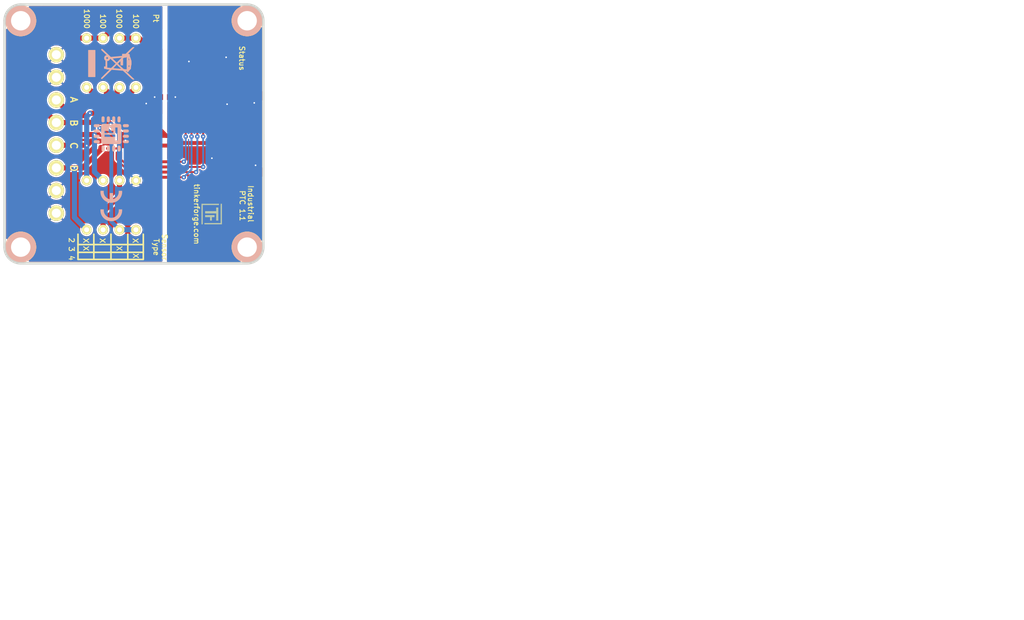
<source format=kicad_pcb>
(kicad_pcb (version 20211014) (generator pcbnew)
  (title_block (title "Industrial PTC Bricklet") (date "2022-12-12") (rev "1.1") (company "Tinkerforge GmbH") (comment 1 "Licensed under CERN OHL v.1.1") (comment 2 "Copyright (©) 2020, T.Schneidermann <tim@tinkerforge.com>"))
  (layers (0 "F.Cu" signal "Vorderseite") (31 "B.Cu" signal "Rückseite") (34 "B.Paste" user) (35 "F.Paste" user) (36 "B.SilkS" user "B.Silkscreen") (37 "F.SilkS" user "F.Silkscreen") (38 "B.Mask" user) (39 "F.Mask" user) (44 "Edge.Cuts" user))
  (net 0 "")
  (net 1 "AGND")
  (net 2 "FORCE+")
  (net 3 "FORCE-")
  (net 4 "FORCE2")
  (net 5 "GND")
  (net 6 "RTDIN+")
  (net 7 "RTDIN-")
  (net 8 "VCC")
  (net 9 "Net-(P1-Pad4)")
  (net 10 "Net-(P1-Pad5)")
  (net 11 "Net-(P1-Pad6)")
  (net 12 "Net-(C1-Pad1)")
  (net 13 "Net-(C6-Pad1)")
  (net 14 "Net-(C7-Pad2)")
  (net 15 "Net-(C8-Pad2)")
  (net 16 "Net-(D1-Pad2)")
  (net 17 "Net-(P2-Pad1)")
  (net 18 "Net-(P3-Pad2)")
  (net 19 "Net-(R1-Pad1)")
  (net 20 "Net-(R2-Pad2)")
  (net 21 "S-MISO")
  (net 22 "S-MOSI")
  (net 23 "S-CLK")
  (net 24 "S-CS")
  (net 25 "Net-(RP2-Pad1)")
  (net 26 "Net-(RP2-Pad2)")
  (net 27 "Net-(RP2-Pad3)")
  (net 28 "Net-(RP2-Pad4)")
  (net 29 "M-MISO")
  (net 30 "M-MOSI")
  (net 31 "M-CLK")
  (net 32 "M-CS")
  (net 34 "Net-(R2-Pad1)")
  (net 35 "Net-(R3-Pad1)")
  (net 36 "Net-(R4-Pad1)")
  (footprint "kicad-libraries:Logo_31x31" (layer "F.Cu") (at 158.5 100.75 -90)
    (fp_text reference "G***" hide)
    (fp_text value "Logo_31x31" hide)
  )
  (footprint "kicad-libraries:Fiducial_Mark" (layer "F.Cu") (at 132.9 71.95)
    (fp_text reference "Fiducial_Mark" hide)
    (fp_text value "VAL**" hide)
  )
  (footprint "kicad-libraries:DEBUG_PAD" (layer "F.Cu") (at 154.3 80.05)
    (fp_text reference "P2")
    (fp_text value "Debug")
  )
  (footprint "kicad-libraries:SolderJumper" (layer "F.Cu") (at 154.3 78.75)
    (fp_text reference "P3")
    (fp_text value "Boot")
  )
  (footprint "kicad-libraries:4X0402" (layer "F.Cu") (at 156.9 86.45)
    (fp_text reference "RP1")
    (fp_text value "82")
  )
  (footprint "kicad-libraries:QFN24-4x4mm-0.5mm" (layer "F.Cu") (at 157.7 81.3 180)
    (fp_text reference "U1")
    (fp_text value "XMC1100")
  )
  (footprint "kicad-libraries:C0402F" (layer "F.Cu") (at 158.6 86.45 90)
    (fp_text reference "C1")
    (fp_text value "220pF")
  )
  (footprint "kicad-libraries:C0805" (layer "F.Cu") (at 158.3 91.9 -90)
    (fp_text reference "C2")
    (fp_text value "10uF")
  )
  (footprint "kicad-libraries:C0603F" (layer "F.Cu") (at 156.9 92.1 -90)
    (fp_text reference "C3")
    (fp_text value "100nF")
  )
  (footprint "kicad-libraries:C0603F" (layer "F.Cu") (at 157.45 78.1)
    (fp_text reference "C4")
    (fp_text value "100nF")
  )
  (footprint "kicad-libraries:C0603F" (layer "F.Cu") (at 147.4 91 90)
    (fp_text reference "C5")
    (fp_text value "100nF")
  )
  (footprint "kicad-libraries:C0603F" (layer "F.Cu") (at 146.8 86.8 90)
    (fp_text reference "C6")
    (fp_text value "100nF")
  )
  (footprint "kicad-libraries:C0603F" (layer "F.Cu") (at 140.6 86 90)
    (fp_text reference "C7")
    (fp_text value "10nF")
  )
  (footprint "kicad-libraries:C0603F" (layer "F.Cu") (at 139.2 86 90)
    (fp_text reference "C8")
    (fp_text value "100nF")
  )
  (footprint "kicad-libraries:D0603F" (layer "F.Cu") (at 162 81.05)
    (fp_text reference "D1")
    (fp_text value "blue")
  )
  (footprint "kicad-libraries:R0603F" (layer "F.Cu") (at 148.8 88.35 90)
    (fp_text reference "FB2")
    (fp_text value "FB")
  )
  (footprint "kicad-libraries:CON-SENSOR2" (layer "F.Cu") (at 164.89902 89.9503 90)
    (fp_text reference "P1")
    (fp_text value "CON-SENSOR")
  )
  (footprint "kicad-libraries:R0603F" (layer "F.Cu") (at 162 82.45)
    (fp_text reference "R1")
    (fp_text value "1k")
  )
  (footprint "kicad-libraries:R0603F" (layer "F.Cu") (at 143.9 85.9 -90)
    (fp_text reference "R2")
    (fp_text value "390 0.1%")
  )
  (footprint "kicad-libraries:R0603F" (layer "F.Cu") (at 142.3 85.9 -90)
    (fp_text reference "R3")
    (fp_text value "3k9 0.1%")
  )
  (footprint "kicad-libraries:0603X4" (layer "F.Cu") (at 150.6 95.45 90)
    (fp_text reference "RP2")
    (fp_text value "100")
  )
  (footprint "kicad-libraries:QFN-20-5x5" (layer "F.Cu") (at 143.55026 90.8997 180)
    (fp_text reference "U2")
    (fp_text value "MAX31865")
  )
  (footprint "kicad-libraries:DRILL_NP" (layer "F.Cu") (at 162.4 107.45 90)
    (fp_text reference "U3" hide)
    (fp_text value "DRILL" hide)
  )
  (footprint "kicad-libraries:DRILL_NP" (layer "F.Cu") (at 127.4 107.45)
    (fp_text reference "U4" hide)
    (fp_text value "DRILL" hide)
  )
  (footprint "kicad-libraries:DRILL_NP" (layer "F.Cu") (at 127.4 72.45 90)
    (fp_text reference "U5" hide)
    (fp_text value "DRILL" hide)
  )
  (footprint "kicad-libraries:DRILL_NP" (layer "F.Cu") (at 162.4 72.45)
    (fp_text reference "U6" hide)
    (fp_text value "DRILL" hide)
  )
  (footprint "kicad-libraries:OQ_8P" (layer "F.Cu") (at 132.9 89.95 -90)
    (fp_text reference "P4")
    (fp_text value "CONN_01X08")
  )
  (footprint "kicad-libraries:R0603F" (layer "F.Cu") (at 149.7 84.25)
    (fp_text reference "FB1")
    (fp_text value "FB")
  )
  (footprint "kicad-libraries:SW_DIP_4_THT" (layer "F.Cu") (at 141.4 78.95 180)
    (fp_text reference "SW1")
    (fp_text value "SW_DIP_4")
  )
  (footprint "kicad-libraries:SW_DIP_4_THT" (layer "F.Cu") (at 141.4 100.95 180)
    (fp_text reference "SW2")
    (fp_text value "SW_DIP_4")
  )
  (footprint "kicad-libraries:Fiducial_Mark" (layer "F.Cu") (at 157.9 74.95)
    (fp_text reference "Fiducial_Mark" hide)
    (fp_text value "VAL**" hide)
  )
  (footprint "kicad-libraries:Fiducial_Mark" (layer "F.Cu") (at 132.9 106.95)
    (fp_text reference "Fiducial_Mark" hide)
    (fp_text value "VAL**" hide)
  )
  (footprint "kicad-libraries:R0603F" (layer "F.Cu") (at 148.7 75.3 90)
    (fp_text reference "R4")
    (fp_text value "10M")
  )
  (footprint "kicad-libraries:CE_5mm" (layer "B.Cu") (at 141.4 101.05 90)
    (fp_text reference "VAL" hide)
    (fp_text value "CE_5mm" hide)
  )
  (footprint "kicad-libraries:WEEE_7mm" (layer "B.Cu") (at 141.4 79.05 90)
    (fp_text reference "VAL" hide)
    (fp_text value "WEEE_7mm" hide)
  )
  (footprint "kicad-libraries:Logo_CoMCU" (layer "B.Cu") (at 141.4 89.95 90)
    (fp_text reference "G***" hide)
    (fp_text value "LOGO" hide)
  )
  (gr_line (start 136.25004 109.35) (end 146.34908 109.35) (layer "F.SilkS") (width 0.24892))
  (gr_line (start 146.34908 109.30036) (end 146.34908 105.45) (layer "F.SilkS") (width 0.24892))
  (gr_line (start 143.94878 109.30036) (end 143.94878 105.45) (layer "F.SilkS") (width 0.24892))
  (gr_line (start 136.25004 108.3504) (end 136.25004 108.2996) (layer "F.SilkS") (width 0.24892))
  (gr_line (start 146.34908 108.25) (end 136.25004 108.25) (layer "F.SilkS") (width 0.24892))
  (gr_line (start 141.35036 109.35116) (end 141.35036 105.45) (layer "F.SilkS") (width 0.24892))
  (gr_line (start 138.70114 109.30036) (end 138.70114 105.45) (layer "F.SilkS") (width 0.24892))
  (gr_line (start 136.25004 107.05) (end 146.34908 107.05) (layer "F.SilkS") (width 0.24892))
  (gr_line (start 136.25004 105.45) (end 136.25004 109.30036) (layer "F.SilkS") (width 0.24892))
  (gr_arc (start 124.8981 72.45) (mid 125.63089 70.68089) (end 127.4 69.9481) (layer "Edge.Cuts") (width 0.381))
  (gr_line (start 164.8984 72.45) (end 164.89936 107.45) (layer "Edge.Cuts") (width 0.381))
  (gr_line (start 124.90064 107.45) (end 124.8981 72.45) (layer "Edge.Cuts") (width 0.381))
  (gr_line (start 127.4 69.9481) (end 162.4 69.9516) (layer "Edge.Cuts") (width 0.381))
  (gr_line (start 162.4 109.95) (end 127.4 109.95) (layer "Edge.Cuts") (width 0.381))
  (gr_arc (start 164.89936 107.45) (mid 164.167314 109.217314) (end 162.4 109.94936) (layer "Edge.Cuts") (width 0.381))
  (gr_arc (start 162.4 69.9516) (mid 164.166636 70.683364) (end 164.8984 72.45) (layer "Edge.Cuts") (width 0.381))
  (gr_arc (start 127.4 109.94936) (mid 125.632686 109.217314) (end 124.90064 107.45) (layer "Edge.Cuts") (width 0.381))
  (gr_text "D" (at 135.6 95.25 270) (layer "F.SilkS") (effects (font (size 1.04902 1.04902) (thickness 0.2))))
  (gr_text "Status" (at 161.6 78.25 270) (layer "F.SilkS") (effects (font (size 0.8001 0.8001) (thickness 0.14986))))
  (gr_text "tinkerforge.com" (at 154.6 102.35 270) (layer "F.SilkS") (effects (font (size 0.8001 0.8001) (thickness 0.14986))))
  (gr_text "X" (at 140.1 106.45 90) (layer "F.SilkS") (effects (font (size 0.8001 0.8001) (thickness 0.14986))))
  (gr_text "100" (at 140.1 72.55 270) (layer "F.SilkS") (effects (font (size 0.8001 0.8001) (thickness 0.14986))))
  (gr_text "C" (at 135.6 91.75 270) (layer "F.SilkS") (effects (font (size 1.04902 1.04902) (thickness 0.2))))
  (gr_text "100" (at 145.2 72.55 270) (layer "F.SilkS") (effects (font (size 0.8001 0.8001) (thickness 0.14986))))
  (gr_text "X" (at 137.55052 106.45 90) (layer "F.SilkS") (effects (font (size 0.8001 0.8001) (thickness 0.14986))))
  (gr_text "X" (at 137.55052 107.65 90) (layer "F.SilkS") (effects (font (size 0.8001 0.8001) (thickness 0.14986))))
  (gr_text "X" (at 142.7 107.65 90) (layer "F.SilkS") (effects (font (size 0.8001 0.8001) (thickness 0.14986))))
  (gr_text "X" (at 145.2 106.45 90) (layer "F.SilkS") (effects (font (size 0.8001 0.8001) (thickness 0.14986))))
  (gr_text "Sensor\nType" (at 148.99924 107.45 270) (layer "F.SilkS") (effects (font (size 0.8001 0.8001) (thickness 0.14986))))
  (gr_text "B" (at 135.6 88.25 270) (layer "F.SilkS") (effects (font (size 1.04902 1.04902) (thickness 0.2))))
  (gr_text "A" (at 135.6 84.65 270) (layer "F.SilkS") (effects (font (size 1.04902 1.04902) (thickness 0.2))))
  (gr_text "X" (at 145.24926 108.79998 90) (layer "F.SilkS") (effects (font (size 0.8001 0.8001) (thickness 0.14986))))
  (gr_text "1000" (at 142.6 72.15 270) (layer "F.SilkS") (effects (font (size 0.8001 0.8001) (thickness 0.14986))))
  (gr_text "2 3 4" (at 135.24928 107.75096 270) (layer "F.SilkS") (effects (font (size 0.8001 0.8001) (thickness 0.14986))))
  (gr_text "Pt" (at 148.3 72.05 270) (layer "F.SilkS") (effects (font (size 0.8 0.8))))
  (gr_text "Industrial\n PTC 1.1" (at 162.3 100.75 270) (layer "F.SilkS") (effects (font (size 0.8001 0.8001) (thickness 0.14986))))
  (gr_text "1000" (at 137.6 72.15 270) (layer "F.SilkS") (effects (font (size 0.8001 0.8001) (thickness 0.14986))))
  (segment (start 145.93786 92.19764) (end 144.8482 92.19764) (width 0.29972) (layer "F.Cu") (net 1))
  (segment (start 145.93786 92.19764) (end 146.09788 92.19764) (width 0.29972) (layer "F.Cu") (net 1))
  (segment (start 144.8482 92.19764) (end 143.55026 90.8997) (width 0.29972) (layer "F.Cu") (net 1))
  (segment (start 142.25232 92.19764) (end 141.16266 92.19764) (width 0.29972) (layer "F.Cu") (net 1))
  (segment (start 148.95 84.25) (end 148.1 84.25) (width 0.8001) (layer "F.Cu") (net 1))
  (segment (start 146.8 86.05) (end 146.8 85.25) (width 0.8001) (layer "F.Cu") (net 1))
  (segment (start 142.25232 92.19764) (end 143.55026 90.8997) (width 0.29972) (layer "F.Cu") (net 1))
  (via (at 146.8 85.25) (size 0.7) (drill 0.25) (layers "F.Cu" "B.Cu") (net 1))
  (via (at 148.1 84.25) (size 0.7) (drill 0.25) (layers "F.Cu" "B.Cu") (net 1))
  (via (at 143.6 90.95) (size 0.7) (drill 0.25) (layers "F.Cu" "B.Cu") (net 1))
  (segment (start 142.67 99.48) (end 140.13 102.02) (width 0.8001) (layer "F.Cu") (net 2))
  (segment (start 142.25232 88.5121) (end 142.25232 88.45368) (width 0.29972) (layer "F.Cu") (net 2))
  (segment (start 141.3621 88.5121) (end 142.25232 88.5121) (width 0.29972) (layer "F.Cu") (net 2))
  (segment (start 132.9 84.69982) (end 136.360129 88.159949) (width 0.8001) (layer "F.Cu") (net 2))
  (segment (start 142.67 97.14) (end 142.67 99.48) (width 0.8001) (layer "F.Cu") (net 2))
  (segment (start 141.3 88.45) (end 141.3621 88.5121) (width 0.29972) (layer "F.Cu") (net 2))
  (segment (start 136.360129 88.159949) (end 141.009949 88.159949) (width 0.8001) (layer "F.Cu") (net 2))
  (segment (start 140.13 102.02) (end 140.13 104.76) (width 0.8001) (layer "F.Cu") (net 2))
  (segment (start 141.009949 88.159949) (end 141.3 88.45) (width 0.8001) (layer "F.Cu") (net 2))
  (via (at 141.3 88.45) (size 0.7) (drill 0.25) (layers "F.Cu" "B.Cu") (net 2))
  (segment (start 142.67 89.82) (end 141.3 88.45) (width 0.8001) (layer "B.Cu") (net 2))
  (segment (start 142.67 97.14) (end 142.67 89.82) (width 0.8001) (layer "B.Cu") (net 2))
  (segment (start 141.16266 91.5474) (end 140.2889 91.5474) (width 0.29972) (layer "F.Cu") (net 3))
  (segment (start 139.79315 92.04315) (end 139.79315 92.35685) (width 0.8001) (layer "F.Cu") (net 3))
  (segment (start 136.94982 95.20018) (end 136.194974 95.20018) (width 0.8001) (layer "F.Cu") (net 3))
  (segment (start 132.94982 95.25) (end 132.9 95.20018) (width 0.8001) (layer "F.Cu") (net 3))
  (segment (start 132.9 95.20018) (end 135.7 95.20018) (width 0.8001) (layer "F.Cu") (net 3))
  (segment (start 140.2889 91.5474) (end 139.6 92.2363) (width 0.29972) (layer "F.Cu") (net 3))
  (segment (start 136.194974 95.20018) (end 135.7 95.20018) (width 0.8001) (layer "F.Cu") (net 3))
  (segment (start 139.6 92.2363) (end 139.6 92.55) (width 0.29972) (layer "F.Cu") (net 3))
  (segment (start 139.79315 92.35685) (end 136.94982 95.20018) (width 0.8001) (layer "F.Cu") (net 3))
  (via (at 135.7 95.20018) (size 0.7) (drill 0.25) (layers "F.Cu" "B.Cu") (net 3))
  (segment (start 135.7 102.87) (end 135.7 95.20018) (width 0.8001) (layer "B.Cu") (net 3))
  (segment (start 137.59 104.76) (end 135.7 102.87) (width 0.8001) (layer "B.Cu") (net 3))
  (segment (start 141.16266 89.60176) (end 140.65176 89.60176) (width 0.29972) (layer "F.Cu") (net 4))
  (segment (start 139.6 89.05) (end 140.1 89.05) (width 0.59944) (layer "F.Cu") (net 4))
  (segment (start 140.65176 89.60176) (end 140.5 89.45) (width 0.29972) (layer "F.Cu") (net 4))
  (segment (start 140.1 89.05) (end 140.5 89.45) (width 0.59944) (layer "F.Cu") (net 4))
  (via (at 139.6 89.05) (size 0.7) (drill 0.25) (layers "F.Cu" "B.Cu") (net 4))
  (segment (start 141.4 90.85) (end 139.6 89.05) (width 0.59944) (layer "B.Cu") (net 4))
  (segment (start 141.4 103.49) (end 141.4 90.85) (width 0.59944) (layer "B.Cu") (net 4))
  (segment (start 145.21 104.76) (end 142.67 104.76) (width 0.8001) (layer "B.Cu") (net 4))
  (segment (start 142.67 104.76) (end 141.4 103.49) (width 0.59944) (layer "B.Cu") (net 4))
  (segment (start 158.85 85.8) (end 159.3 85.35) (width 0.59944) (layer "F.Cu") (net 5))
  (segment (start 163.69902 94.80098) (end 163.7 94.8) (width 0.59944) (layer "F.Cu") (net 5))
  (segment (start 157.95 78.35) (end 158.2 78.1) (width 0.29972) (layer "F.Cu") (net 5))
  (segment (start 157.95 80.25) (end 158.35 80.65) (width 0.29972) (layer "F.Cu") (net 5))
  (segment (start 159.4497 92.4503) (end 158.99924 92.90076) (width 0.8001) (layer "F.Cu") (net 5))
  (segment (start 158.99924 92.90076) (end 158.3 92.90076) (width 0.8001) (layer "F.Cu") (net 5))
  (segment (start 156.95076 92.90076) (end 156.9 92.85) (width 0.8001) (layer "F.Cu") (net 5))
  (segment (start 156.9 93.65) (end 156.95 93.7) (width 0.8001) (layer "F.Cu") (net 5))
  (segment (start 163.69902 84.95098) (end 163.5 85.15) (width 0.29972) (layer "F.Cu") (net 5))
  (segment (start 153.75 79.35) (end 153.75 78.8) (width 0.15) (layer "F.Cu") (net 5))
  (segment (start 153.8 78.75) (end 153.8 78.25) (width 0.15) (layer "F.Cu") (net 5))
  (segment (start 153.8 78.25) (end 154.05 78.25) (width 0.15) (layer "F.Cu") (net 5))
  (segment (start 154.05 78.25) (end 154.025 78.25) (width 0.15) (layer "F.Cu") (net 5))
  (segment (start 157.95 80.25) (end 158.35 80.65) (width 0.15) (layer "F.Cu") (net 5))
  (segment (start 158.85 85.8) (end 159.3 85.35) (width 0.29972) (layer "F.Cu") (net 5))
  (segment (start 157.95 81.55) (end 158.35 81.95) (width 0.29972) (layer "F.Cu") (net 5))
  (segment (start 159.05 85.35) (end 159.3 85.35) (width 0.29972) (layer "F.Cu") (net 5))
  (segment (start 157.95 78.35) (end 158.2 78.1) (width 0.29972) (layer "F.Cu") (net 5))
  (segment (start 158.2 78.1) (end 159.15 78.1) (width 0.59944) (layer "F.Cu") (net 5))
  (segment (start 153.75 78.8) (end 153.8 78.75) (width 0.15) (layer "F.Cu") (net 5))
  (segment (start 158.35 81.95) (end 158.35 80.65) (width 0.29972) (layer "F.Cu") (net 5))
  (segment (start 156.9 92.85) (end 156.9 93.65) (width 0.8001) (layer "F.Cu") (net 5))
  (segment (start 157.95 79.275) (end 157.95 80.25) (width 0.29972) (layer "F.Cu") (net 5))
  (segment (start 147.4 91.75) (end 147.4 92.79944) (width 0.59944) (layer "F.Cu") (net 5))
  (segment (start 150.9 91.75) (end 147.4 91.75) (width 0.59944) (layer "F.Cu") (net 5))
  (segment (start 157.95 79.275) (end 157.95 81.55) (width 0.29972) (layer "F.Cu") (net 5))
  (segment (start 157.95 79.275) (end 157.95 78.35) (width 0.29972) (layer "F.Cu") (net 5))
  (segment (start 158.6 85.8) (end 159.05 85.35) (width 0.29972) (layer "F.Cu") (net 5))
  (segment (start 156.9 92.85) (end 152 92.85) (width 0.59944) (layer "F.Cu") (net 5))
  (segment (start 152 92.85) (end 150.9 91.75) (width 0.59944) (layer "F.Cu") (net 5))
  (segment (start 157.05 81.95) (end 157.05 80.65) (width 0.29972) (layer "F.Cu") (net 5))
  (segment (start 153.75 78.8) (end 153.7 78.75) (width 0.29972) (layer "F.Cu") (net 5))
  (segment (start 154.025 79.35) (end 153.75 79.35) (width 0.15) (layer "F.Cu") (net 5))
  (segment (start 158.35 80.65) (end 157.05 80.65) (width 0.29972) (layer "F.Cu") (net 5))
  (segment (start 160.29902 92.4503) (end 159.4497 92.4503) (width 0.8001) (layer "F.Cu") (net 5))
  (segment (start 146.91214 93.2873) (end 145.1 93.2873) (width 0.59944) (layer "F.Cu") (net 5))
  (segment (start 153.7 78.75) (end 153.400002 78.75) (width 0.29972) (layer "F.Cu") (net 5))
  (segment (start 147.4 92.79944) (end 146.91214 93.2873) (width 0.59944) (layer "F.Cu") (net 5))
  (segment (start 150.45 84.25) (end 151.3 84.25) (width 0.8001) (layer "F.Cu") (net 5))
  (segment (start 163.69902 84.0503) (end 163.69902 84.95098) (width 0.29972) (layer "F.Cu") (net 5))
  (segment (start 158.35 81.95) (end 157.05 81.95) (width 0.29972) (layer "F.Cu") (net 5))
  (segment (start 163.69902 95.8503) (end 163.69902 94.80098) (width 0.59944) (layer "F.Cu") (net 5))
  (segment (start 159.15 78.1) (end 158.2 78.1) (width 0.29972) (layer "F.Cu") (net 5))
  (segment (start 158.3 92.90076) (end 156.95076 92.90076) (width 0.8001) (layer "F.Cu") (net 5))
  (segment (start 158.6 85.8) (end 158.85 85.8) (width 0.29972) (layer "F.Cu") (net 5))
  (via (at 156.95 93.7) (size 0.7) (drill 0.25) (layers "F.Cu" "B.Cu") (net 5))
  (via (at 151.3 84.25) (size 0.7) (drill 0.25) (layers "F.Cu" "B.Cu") (net 5))
  (via (at 153.400002 78.75) (size 0.55) (drill 0.25) (layers "F.Cu" "B.Cu") (net 5))
  (via (at 159.15 78.1) (size 0.7) (drill 0.25) (layers "F.Cu" "B.Cu") (net 5))
  (via (at 159.3 85.35) (size 0.7) (drill 0.25) (layers "F.Cu" "B.Cu") (net 5))
  (via (at 163.5 85.15) (size 0.7) (drill 0.25) (layers "F.Cu" "B.Cu") (net 5))
  (via (at 163.7 94.8) (size 0.7) (drill 0.25) (layers "F.Cu" "B.Cu") (net 5))
  (segment (start 136.447328 90.05) (end 139.4 90.05) (width 0.8001) (layer "F.Cu") (net 6))
  (segment (start 141.92 73.35) (end 147.5 73.35) (width 0.8001) (layer "F.Cu") (net 6))
  (segment (start 147.5 73.35) (end 148.7 74.55) (width 0.8001) (layer "F.Cu") (net 6))
  (segment (start 139.602 90.252) (end 141.16266 90.252) (width 0.29972) (layer "F.Cu") (net 6))
  (segment (start 134.597268 88.19994) (end 136.447328 90.05) (width 0.8001) (layer "F.Cu") (net 6))
  (segment (start 132.9 88.19994) (end 134.597268 88.19994) (width 0.8001) (layer "F.Cu") (net 6))
  (segment (start 140.13 75.14) (end 132.21 75.14) (width 0.8001) (layer "F.Cu") (net 6))
  (segment (start 140.13 75.14) (end 141.92 73.35) (width 0.8001) (layer "F.Cu") (net 6))
  (segment (start 130.7 85.99994) (end 132.9 88.19994) (width 0.8001) (layer "F.Cu") (net 6))
  (segment (start 139.4 90.05) (end 139.602 90.252) (width 0.29972) (layer "F.Cu") (net 6))
  (segment (start 130.7 76.65) (end 130.7 85.99994) (width 0.8001) (layer "F.Cu") (net 6))
  (segment (start 132.21 75.14) (end 130.7 76.65) (width 0.8001) (layer "F.Cu") (net 6))
  (via (at 138.8 90.05) (size 0.7) (drill 0.25) (layers "F.Cu" "B.Cu") (net 6))
  (segment (start 140.13 97.14) (end 138.8 95.81) (width 0.8001) (layer "B.Cu") (net 6))
  (segment (start 138.8 95.81) (end 138.8 90.05) (width 0.8001) (layer "B.Cu") (net 6))
  (segment (start 137.949999 91.400001) (end 137.6 91.75) (width 0.8001) (layer "F.Cu") (net 7))
  (segment (start 139.7503 90.8997) (end 139.7 90.95) (width 0.29972) (layer "F.Cu") (net 7))
  (segment (start 141.16266 90.8997) (end 139.7503 90.8997) (width 0.29972) (layer "F.Cu") (net 7))
  (segment (start 138.3 91.05) (end 137.949999 91.400001) (width 0.8001) (layer "F.Cu") (net 7))
  (segment (start 132.9 91.70006) (end 137.55006 91.70006) (width 0.8001) (layer "F.Cu") (net 7))
  (segment (start 139.6 91.05) (end 138.3 91.05) (width 0.8001) (layer "F.Cu") (net 7))
  (segment (start 140.6 86.75) (end 138.1 86.75) (width 0.8001) (layer "F.Cu") (net 7))
  (segment (start 137.55006 91.70006) (end 137.6 91.75) (width 0.8001) (layer "F.Cu") (net 7))
  (via (at 137.6 91.75) (size 0.7) (drill 0.25) (layers "F.Cu" "B.Cu") (net 7))
  (via (at 138.1 86.75) (size 0.7) (drill 0.25) (layers "F.Cu" "B.Cu") (net 7))
  (segment (start 137.59 97.14) (end 137.6 97.13) (width 0.8001) (layer "B.Cu") (net 7))
  (segment (start 137.6 97.13) (end 137.6 91.75) (width 0.8001) (layer "B.Cu") (net 7))
  (segment (start 138.1 86.75) (end 137.6 87.25) (width 0.8001) (layer "B.Cu") (net 7))
  (segment (start 137.6 87.25) (end 137.6 91.75) (width 0.8001) (layer "B.Cu") (net 7))
  (segment (start 157.45 78.7) (end 156.85 78.1) (width 0.29972) (layer "F.Cu") (net 8))
  (segment (start 156.85 78.1) (end 156.7 78.1) (width 0.29972) (layer "F.Cu") (net 8))
  (segment (start 157.35 91.35) (end 157.80076 90.89924) (width 0.59944) (layer "F.Cu") (net 8))
  (segment (start 157.80076 90.89924) (end 158.3 90.89924) (width 0.59944) (layer "F.Cu") (net 8))
  (segment (start 159.3503 91.2003) (end 159.04924 90.89924) (width 0.59944) (layer "F.Cu") (net 8))
  (segment (start 159.04924 90.89924) (end 158.3 90.89924) (width 0.59944) (layer "F.Cu") (net 8))
  (segment (start 156 76.85) (end 153.3 76.85) (width 0.59944) (layer "F.Cu") (net 8))
  (segment (start 159.484999 77.434999) (end 156.765001 77.434999) (width 0.15) (layer "F.Cu") (net 8))
  (segment (start 156.7 77.55) (end 156 76.85) (width 0.59944) (layer "F.Cu") (net 8))
  (segment (start 150 90.25) (end 151.4 90.25) (width 0.59944) (layer "F.Cu") (net 8))
  (segment (start 156.7 78.1) (end 156.7 77.55) (width 0.59944) (layer "F.Cu") (net 8))
  (segment (start 147.44916 90.30026) (end 145.98612 90.30026) (width 0.29972) (layer "F.Cu") (net 8))
  (segment (start 157.45 79.275) (end 157.45 78.7) (width 0.29972) (layer "F.Cu") (net 8))
  (segment (start 152.2 77.95) (end 152.2 85.05) (width 0.59944) (layer "F.Cu") (net 8))
  (segment (start 147.4 90.25) (end 151.4 90.25) (width 0.59944) (layer "F.Cu") (net 8))
  (segment (start 151.4 90.25) (end 152.5 91.35) (width 0.59944) (layer "F.Cu") (net 8))
  (segment (start 156.9 91.35) (end 157.35 91.35) (width 0.59944) (layer "F.Cu") (net 8))
  (segment (start 152.5 91.35) (end 156.9 91.35) (width 0.59944) (layer "F.Cu") (net 8))
  (segment (start 161.25 81.05) (end 161.25 79.2) (width 0.15) (layer "F.Cu") (net 8))
  (segment (start 151.4 85.85) (end 151.4 90.25) (width 0.59944) (layer "F.Cu") (net 8))
  (segment (start 149.95 90.25) (end 150 90.25) (width 0.59944) (layer "F.Cu") (net 8))
  (segment (start 160.29902 91.2003) (end 159.3503 91.2003) (width 0.59944) (layer "F.Cu") (net 8))
  (segment (start 153.3 76.85) (end 152.2 77.95) (width 0.59944) (layer "F.Cu") (net 8))
  (segment (start 161.25 79.2) (end 159.484999 77.434999) (width 0.15) (layer "F.Cu") (net 8))
  (segment (start 156.765001 77.434999) (end 156.7 77.5) (width 0.15) (layer "F.Cu") (net 8))
  (segment (start 148.8 89.1) (end 149.95 90.25) (width 0.59944) (layer "F.Cu") (net 8))
  (segment (start 156.7 77.5) (end 156.7 78.1) (width 0.15) (layer "F.Cu") (net 8))
  (segment (start 145.98612 90.30026) (end 145.93786 90.252) (width 0.29972) (layer "F.Cu") (net 8))
  (segment (start 152.2 85.05) (end 151.4 85.85) (width 0.59944) (layer "F.Cu") (net 8))
  (segment (start 156.1507 87.8007) (end 157.65 89.3) (width 0.15) (layer "F.Cu") (net 9))
  (segment (start 157.65 89.3) (end 158.6 89.3) (width 0.15) (layer "F.Cu") (net 9))
  (segment (start 158.6 89.3) (end 159.2503 89.9503) (width 0.15) (layer "F.Cu") (net 9))
  (segment (start 159.2503 89.9503) (end 160.29902 89.9503) (width 0.15) (layer "F.Cu") (net 9))
  (segment (start 156.1507 87.025) (end 156.1507 87.8007) (width 0.15) (layer "F.Cu") (net 9))
  (segment (start 156.65108 87.65108) (end 157.7003 88.7003) (width 0.15) (layer "F.Cu") (net 10))
  (segment (start 157.7003 88.7003) (end 160.29902 88.7003) (width 0.15) (layer "F.Cu") (net 10))
  (segment (start 156.65108 87.025) (end 156.65108 87.65108) (width 0.15) (layer "F.Cu") (net 10))
  (segment (start 157.14892 87.44892) (end 157.45 87.75) (width 0.15) (layer "F.Cu") (net 11))
  (segment (start 157.45 87.75) (end 159.1 87.75) (width 0.15) (layer "F.Cu") (net 11))
  (segment (start 159.1 87.75) (end 159.3997 87.4503) (width 0.15) (layer "F.Cu") (net 11))
  (segment (start 159.3997 87.4503) (end 160.29902 87.4503) (width 0.15) (layer "F.Cu") (net 11))
  (segment (start 157.14892 87.025) (end 157.14892 87.44892) (width 0.15) (layer "F.Cu") (net 11))
  (segment (start 160.12382 87.45094) (end 160.10096 87.45094) (width 0.29972) (layer "F.Cu") (net 11))
  (segment (start 158.85 87.1) (end 159.7497 86.2003) (width 0.15) (layer "F.Cu") (net 12))
  (segment (start 159.7497 86.2003) (end 160.29902 86.2003) (width 0.15) (layer "F.Cu") (net 12))
  (segment (start 157.7243 87.1) (end 157.6493 87.025) (width 0.15) (layer "F.Cu") (net 12))
  (segment (start 158.6 87.1) (end 158.85 87.1) (width 0.15) (layer "F.Cu") (net 12))
  (segment (start 160.29902 86.2003) (end 159.5997 86.2003) (width 0.15) (layer "F.Cu") (net 12))
  (segment (start 158.6 87.1) (end 157.7243 87.1) (width 0.15) (layer "F.Cu") (net 12))
  (segment (start 146.14824 89.60176) (end 145.93786 89.60176) (width 0.29972) (layer "F.Cu") (net 13))
  (segment (start 148.8 87.6) (end 148.7992 87.5992) (width 0.8001) (layer "F.Cu") (net 13))
  (segment (start 146.8 87.55) (end 146.8 88.95) (width 0.59944) (layer "F.Cu") (net 13))
  (segment (start 146.8 88.95) (end 146.6 89.15) (width 0.59944) (layer "F.Cu") (net 13))
  (segment (start 148.7992 87.5992) (end 146.84872 87.5992) (width 0.8001) (layer "F.Cu") (net 13))
  (segment (start 145.93786 89.60176) (end 146.09824 89.60176) (width 0.29972) (layer "F.Cu") (net 13))
  (segment (start 146.8 88.95) (end 146.14824 89.60176) (width 0.29972) (layer "F.Cu") (net 13))
  (segment (start 140.64958 85.299) (end 140.64958 83.27958) (width 0.8001) (layer "F.Cu") (net 14))
  (segment (start 140.64958 83.27958) (end 140.13 82.76) (width 0.8001) (layer "F.Cu") (net 14))
  (segment (start 137.71 82.76) (end 139.2 84.25) (width 0.8001) (layer "F.Cu") (net 15))
  (segment (start 137.59 82.76) (end 137.71 82.76) (width 0.8001) (layer "F.Cu") (net 15))
  (segment (start 139.2 84.25) (end 139.2 85.25) (width 0.8001) (layer "F.Cu") (net 15))
  (segment (start 162.75 81.05) (end 162.75 82.45) (width 0.15) (layer "F.Cu") (net 16))
  (segment (start 155.4 80.05) (end 154.3 80.05) (width 0.15) (layer "F.Cu") (net 17))
  (segment (start 155.675 80.05) (end 155.4 80.05) (width 0.15) (layer "F.Cu") (net 17))
  (segment (start 154.634999 78.934999) (end 154.45 78.75) (width 0.15) (layer "F.Cu") (net 18))
  (segment (start 154.765001 79.065001) (end 154.765001 78.977999) (width 0.15) (layer "F.Cu") (net 18))
  (segment (start 154.722001 78.934999) (end 154.634999 78.934999) (width 0.15) (layer "F.Cu") (net 18))
  (segment (start 156.425 79.25) (end 154.95 79.25) (width 0.15) (layer "F.Cu") (net 18))
  (segment (start 154.95 79.25) (end 154.765001 79.065001) (width 0.15) (layer "F.Cu") (net 18))
  (segment (start 154.765001 78.977999) (end 154.722001 78.934999) (width 0.15) (layer "F.Cu") (net 18))
  (segment (start 156.45 79.275) (end 156.425 79.25) (width 0.15) (layer "F.Cu") (net 18))
  (segment (start 160.25 82.05) (end 159.725 82.05) (width 0.15) (layer "F.Cu") (net 19))
  (segment (start 161.25 82.45) (end 160.65 82.45) (width 0.15) (layer "F.Cu") (net 19))
  (segment (start 160.65 82.45) (end 160.25 82.05) (width 0.15) (layer "F.Cu") (net 19))
  (segment (start 143.9 86.65) (end 143.9 87.15) (width 0.59944) (layer "F.Cu") (net 20))
  (segment (start 142.3 86.65) (end 142.3 86.85) (width 0.59944) (layer "F.Cu") (net 20))
  (segment (start 142.90256 88.5121) (end 142.9 87.45) (width 0.29972) (layer "F.Cu") (net 20))
  (segment (start 143.9 86.65) (end 142.3 86.65) (width 0.59944) (layer "F.Cu") (net 20))
  (segment (start 142.90256 87.30052) (end 142.50124 86.8992) (width 0.29972) (layer "F.Cu") (net 20))
  (segment (start 143.9 87.15) (end 143.55026 87.49974) (width 0.59944) (layer "F.Cu") (net 20))
  (segment (start 142.3 86.85) (end 142.9 87.45) (width 0.59944) (layer "F.Cu") (net 20))
  (segment (start 143.55026 88.5121) (end 143.55026 87.49974) (width 0.29972) (layer "F.Cu") (net 20))
  (segment (start 142.9 87.45) (end 142.90256 87.30052) (width 0.29972) (layer "F.Cu") (net 20))
  (segment (start 159.725 83.925) (end 158.45 85.2) (width 0.15) (layer "F.Cu") (net 21))
  (segment (start 158.45 85.2) (end 158.05 85.2) (width 0.15) (layer "F.Cu") (net 21))
  (segment (start 158.05 85.2) (end 157.6493 85.6007) (width 0.15) (layer "F.Cu") (net 21))
  (segment (start 157.6493 85.6007) (end 157.6493 85.875) (width 0.15) (layer "F.Cu") (net 21))
  (segment (start 159.725 82.75) (end 159.725 83.925) (width 0.15) (layer "F.Cu") (net 21))
  (segment (start 159.725 82.55) (end 159.725 83.925) (width 0.15) (layer "F.Cu") (net 21))
  (segment (start 158.95 84.2) (end 158.3 84.85) (width 0.15) (layer "F.Cu") (net 22))
  (segment (start 158.3 84.85) (end 157.85 84.85) (width 0.15) (layer "F.Cu") (net 22))
  (segment (start 157.85 84.85) (end 157.14892 85.55108) (width 0.15) (layer "F.Cu") (net 22))
  (segment (start 157.14892 85.55108) (end 157.14892 85.875) (width 0.15) (layer "F.Cu") (net 22))
  (segment (start 158.95 83.525) (end 158.95 84.2) (width 0.15) (layer "F.Cu") (net 22))
  (segment (start 158.45 84.15) (end 158.1 84.5) (width 0.15) (layer "F.Cu") (net 23))
  (segment (start 158.1 84.5) (end 157.7 84.5) (width 0.15) (layer "F.Cu") (net 23))
  (segment (start 157.7 84.5) (end 156.65108 85.54892) (width 0.15) (layer "F.Cu") (net 23))
  (segment (start 156.65108 85.54892) (end 156.65108 85.875) (width 0.15) (layer "F.Cu") (net 23))
  (segment (start 158.45 83.525) (end 158.45 84.15) (width 0.15) (layer "F.Cu") (net 23))
  (segment (start 157.95 83.95) (end 157.75 84.15) (width 0.15) (layer "F.Cu") (net 24))
  (segment (start 157.75 84.15) (end 157.55 84.15) (width 0.15) (layer "F.Cu") (net 24))
  (segment (start 157.55 84.15) (end 156.1507 85.5493) (width 0.15) (layer "F.Cu") (net 24))
  (segment (start 156.1507 85.5493) (end 156.1507 85.875) (width 0.15) (layer "F.Cu") (net 24))
  (segment (start 157.95 83.325) (end 157.95 83.95) (width 0.15) (layer "F.Cu") (net 24))
  (segment (start 144.19796 93.2873) (end 144.19796 93.90684) (width 0.29972) (layer "F.Cu") (net 25))
  (segment (start 148.9998 94.25112) (end 149.7491 94.25112) (width 0.29972) (layer "F.Cu") (net 25))
  (segment (start 144.19796 93.90684) (end 144.54224 94.25112) (width 0.29972) (layer "F.Cu") (net 25))
  (segment (start 144.54224 94.25112) (end 148.9998 94.25112) (width 0.29972) (layer "F.Cu") (net 25))
  (segment (start 148.79858 94.85) (end 148.9998 95.05122) (width 0.29972) (layer "F.Cu") (net 26))
  (segment (start 143.55026 93.2873) (end 143.55026 93.90938) (width 0.29972) (layer "F.Cu") (net 26))
  (segment (start 148.9998 95.05122) (end 149.7491 95.05122) (width 0.29972) (layer "F.Cu") (net 26))
  (segment (start 144.49088 94.85) (end 148.79858 94.85) (width 0.29972) (layer "F.Cu") (net 26))
  (segment (start 143.55026 93.90938) (end 144.49088 94.85) (width 0.29972) (layer "F.Cu") (net 26))
  (segment (start 142.90256 93.883553) (end 144.509958 95.490951) (width 0.29972) (layer "F.Cu") (net 27))
  (segment (start 148.9998 95.84878) (end 149.7491 95.84878) (width 0.29972) (layer "F.Cu") (net 27))
  (segment (start 144.509958 95.490951) (end 148.641971 95.490951) (width 0.29972) (layer "F.Cu") (net 27))
  (segment (start 148.641971 95.490951) (end 148.9998 95.84878) (width 0.29972) (layer "F.Cu") (net 27))
  (segment (start 142.90256 93.2873) (end 142.90256 93.883553) (width 0.29972) (layer "F.Cu") (net 27))
  (segment (start 144.29548 95.95) (end 148.1 95.95) (width 0.29972) (layer "F.Cu") (net 28))
  (segment (start 142.25232 93.90684) (end 144.29548 95.95) (width 0.29972) (layer "F.Cu") (net 28))
  (segment (start 148.79888 96.64888) (end 149.7491 96.64888) (width 0.29972) (layer "F.Cu") (net 28))
  (segment (start 148.1 95.95) (end 148.79888 96.64888) (width 0.29972) (layer "F.Cu") (net 28))
  (segment (start 142.25232 93.2873) (end 142.25232 93.90684) (width 0.29972) (layer "F.Cu") (net 28))
  (segment (start 154.3 82.05) (end 152.9 83.45) (width 0.29972) (layer "F.Cu") (net 29))
  (segment (start 152.9 83.45) (end 152.9 90.35) (width 0.29972) (layer "F.Cu") (net 29))
  (segment (start 151.45202 94.25) (end 151.4509 94.25112) (width 0.29972) (layer "F.Cu") (net 29))
  (segment (start 152.6 94.25) (end 151.45202 94.25) (width 0.29972) (layer "F.Cu") (net 29))
  (segment (start 155.675 82.05) (end 154.3 82.05) (width 0.29972) (layer "F.Cu") (net 29))
  (via (at 152.6 94.25) (size 0.7) (drill 0.25) (layers "F.Cu" "B.Cu") (net 29))
  (via (at 152.9 90.35) (size 0.7) (drill 0.25) (layers "F.Cu" "B.Cu") (net 29))
  (segment (start 152.9 90.35) (end 152.9 93.95) (width 0.29972) (layer "B.Cu") (net 29))
  (segment (start 152.9 93.95) (end 152.6 94.25) (width 0.29972) (layer "B.Cu") (net 29))
  (segment (start 153.8 83.55) (end 153.8 90.35) (width 0.29972) (layer "F.Cu") (net 30))
  (segment (start 155.675 82.55) (end 155.3 82.55) (width 0.15) (layer "F.Cu") (net 30))
  (segment (start 154.8 82.55) (end 153.8 83.55) (width 0.29972) (layer "F.Cu") (net 30))
  (segment (start 155.675 82.55) (end 154.8 82.55) (width 0.29972) (layer "F.Cu") (net 30))
  (segment (start 151.45202 96.65) (end 151.4509 96.64888) (width 0.29972) (layer "F.Cu") (net 30))
  (segment (start 152.6 96.65) (end 151.45202 96.65) (width 0.29972) (layer "F.Cu") (net 30))
  (via (at 152.6 96.65) (size 0.7) (drill 0.25) (layers "F.Cu" "B.Cu") (net 30))
  (via (at 153.8 90.35) (size 0.7) (drill 0.25) (layers "F.Cu" "B.Cu") (net 30))
  (segment (start 153.8 95.45) (end 152.6 96.65) (width 0.29972) (layer "B.Cu") (net 30))
  (segment (start 153.8 90.844974) (end 153.8 95.45) (width 0.29972) (layer "B.Cu") (net 30))
  (segment (start 153.8 90.35) (end 153.8 90.844974) (width 0.29972) (layer "B.Cu") (net 30))
  (segment (start 156.45 83.4) (end 154.7 85.15) (width 0.29972) (layer "F.Cu") (net 31))
  (segment (start 156.45 83.325) (end 156.45 83.7) (width 0.15) (layer "F.Cu") (net 31))
  (segment (start 156.45 83.325) (end 156.45 83.4) (width 0.29972) (layer "F.Cu") (net 31))
  (segment (start 151.45212 95.85) (end 151.4509 95.84878) (width 0.29972) (layer "F.Cu") (net 31))
  (segment (start 154.5 95.85) (end 151.45212 95.85) (width 0.29972) (layer "F.Cu") (net 31))
  (segment (start 154.7 85.15) (end 154.7 90.35) (width 0.29972) (layer "F.Cu") (net 31))
  (via (at 154.7 90.35) (size 0.7) (drill 0.25) (layers "F.Cu" "B.Cu") (net 31))
  (via (at 154.5 95.85) (size 0.7) (drill 0.25) (layers "F.Cu" "B.Cu") (net 31))
  (segment (start 154.7 90.35) (end 154.7 95.65) (width 0.29972) (layer "B.Cu") (net 31))
  (segment (start 154.7 95.65) (end 154.5 95.85) (width 0.29972) (layer "B.Cu") (net 31))
  (segment (start 155.6 95.05) (end 151.45212 95.05) (width 0.29972) (layer "F.Cu") (net 32))
  (segment (start 156.95 83.325) (end 156.95 84) (width 0.29972) (layer "F.Cu") (net 32))
  (segment (start 156.95 84) (end 155.6 85.35) (width 0.29972) (layer "F.Cu") (net 32))
  (segment (start 151.45212 95.05) (end 151.4509 95.05122) (width 0.29972) (layer "F.Cu") (net 32))
  (segment (start 155.6 85.35) (end 155.6 90.35) (width 0.29972) (layer "F.Cu") (net 32))
  (via (at 155.6 95.05) (size 0.7) (drill 0.25) (layers "F.Cu" "B.Cu") (net 32))
  (via (at 155.6 90.35) (size 0.7) (drill 0.25) (layers "F.Cu" "B.Cu") (net 32))
  (segment (start 155.6 90.35) (end 155.6 95.05) (width 0.29972) (layer "B.Cu") (net 32))
  (segment (start 143.9 84.89924) (end 143.9 84.07) (width 0.8001) (layer "F.Cu") (net 34))
  (segment (start 143.9 84.07) (end 145.21 82.76) (width 0.8001) (layer "F.Cu") (net 34))
  (segment (start 142.3 84.89924) (end 142.3 83.13) (width 0.8001) (layer "F.Cu") (net 35))
  (segment (start 142.3 83.13) (end 142.67 82.76) (width 0.8001) (layer "F.Cu") (net 35))
  (segment (start 145.4 84.85) (end 147.5 82.75) (width 0.8001) (layer "F.Cu") (net 36))
  (segment (start 147.5 76.95) (end 145.69 75.14) (width 0.8001) (layer "F.Cu") (net 36))
  (segment (start 145.69 75.14) (end 145.21 75.14) (width 0.8001) (layer "F.Cu") (net 36))
  (segment (start 148.4 76.05) (end 148.7 76.05) (width 0.8001) (layer "F.Cu") (net 36))
  (segment (start 147.5 82.75) (end 147.5 76.95) (width 0.8001) (layer "F.Cu") (net 36))
  (segment (start 144.8482 88.5121) (end 145.4 87.9603) (width 0.59944) (layer "F.Cu") (net 36))
  (segment (start 142.67 75.14) (end 145.21 75.14) (width 0.8001) (layer "F.Cu") (net 36))
  (segment (start 145.4 87.9603) (end 145.4 84.85) (width 0.8001) (layer "F.Cu") (net 36))
  (segment (start 147.5 76.95) (end 148.4 76.05) (width 0.8001) (layer "F.Cu") (net 36))
  (segment (start 144.19796 88.5121) (end 144.8482 88.5121) (width 0.29972) (layer "F.Cu") (net 36))
  (zone (net 5) (net_name "GND") (layer "F.Cu") (connect_pads (clearance 0.2)) (min_thickness 0.15) (fill yes (thermal_gap 0.24892) (thermal_bridge_width 0.25908))
    (polygon (pts (xy 164.9 109.95) (xy 164.9 69.95) (xy 150.1 69.95) (xy 150 109.95)))
  )
  (zone (net 1) (net_name "AGND") (layer "F.Cu") (connect_pads (clearance 0.24892)) (min_thickness 0.254) (fill yes (thermal_gap 0.24892) (thermal_bridge_width 0.25908))
    (polygon (pts (xy 149.3 109.95) (xy 149.3 69.95) (xy 124.9 69.95) (xy 124.9 109.95)))
  )
  (zone (net 1) (net_name "AGND") (layer "B.Cu") (connect_pads (clearance 0.24892)) (min_thickness 0.254) (fill yes (thermal_gap 0.24892) (thermal_bridge_width 0.25908))
    (polygon (pts (xy 149.3012 109.95) (xy 149.3012 69.99986) (xy 124.89942 69.95) (xy 124.89942 109.95)))
  )
  (zone (net 5) (net_name "GND") (layer "B.Cu") (connect_pads (clearance 0.2)) (min_thickness 0.15) (fill yes (thermal_gap 0.24892) (thermal_bridge_width 0.25908))
    (polygon (pts (xy 164.9 109.95) (xy 164.9 69.95) (xy 150.09876 69.99986) (xy 149.99907 109.95)))
  )
)
</source>
